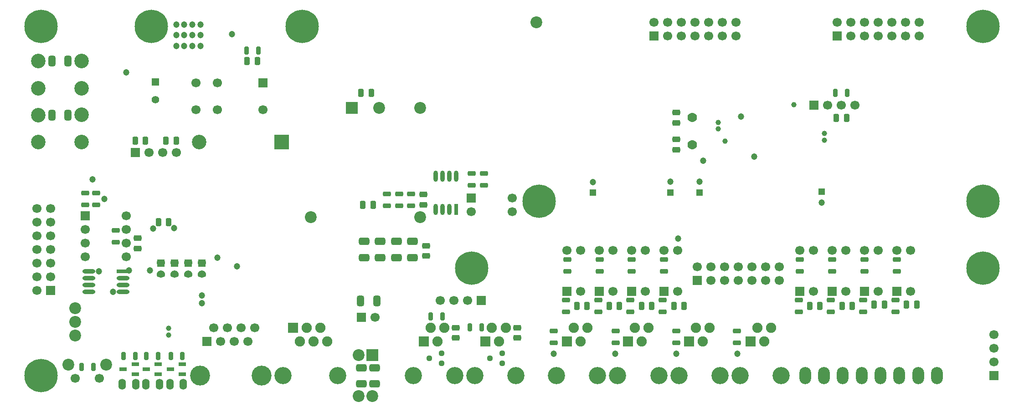
<source format=gbs>
G04 Layer_Color=16711935*
%FSLAX42Y42*%
%MOMM*%
G71*
G01*
G75*
%ADD48C,1.70*%
%ADD49R,1.70X1.70*%
%ADD52C,1.20*%
%ADD56C,1.00*%
%ADD64R,1.20X1.20*%
G04:AMPARAMS|DCode=75|XSize=0.9mm|YSize=1.5mm|CornerRadius=0.28mm|HoleSize=0mm|Usage=FLASHONLY|Rotation=0.000|XOffset=0mm|YOffset=0mm|HoleType=Round|Shape=RoundedRectangle|*
%AMROUNDEDRECTD75*
21,1,0.90,0.95,0,0,0.0*
21,1,0.35,1.50,0,0,0.0*
1,1,0.55,0.17,-0.47*
1,1,0.55,-0.17,-0.47*
1,1,0.55,-0.17,0.47*
1,1,0.55,0.17,0.47*
%
%ADD75ROUNDEDRECTD75*%
G04:AMPARAMS|DCode=76|XSize=1.1mm|YSize=1.5mm|CornerRadius=0.33mm|HoleSize=0mm|Usage=FLASHONLY|Rotation=270.000|XOffset=0mm|YOffset=0mm|HoleType=Round|Shape=RoundedRectangle|*
%AMROUNDEDRECTD76*
21,1,1.10,0.85,0,0,270.0*
21,1,0.45,1.50,0,0,270.0*
1,1,0.65,-0.42,-0.23*
1,1,0.65,-0.42,0.23*
1,1,0.65,0.42,0.23*
1,1,0.65,0.42,-0.23*
%
%ADD76ROUNDEDRECTD76*%
%ADD81R,2.40X0.80*%
%ADD82O,2.40X0.80*%
G04:AMPARAMS|DCode=91|XSize=0.9mm|YSize=1.5mm|CornerRadius=0.28mm|HoleSize=0mm|Usage=FLASHONLY|Rotation=270.000|XOffset=0mm|YOffset=0mm|HoleType=Round|Shape=RoundedRectangle|*
%AMROUNDEDRECTD91*
21,1,0.90,0.95,0,0,270.0*
21,1,0.35,1.50,0,0,270.0*
1,1,0.55,-0.47,-0.17*
1,1,0.55,-0.47,0.17*
1,1,0.55,0.47,0.17*
1,1,0.55,0.47,-0.17*
%
%ADD91ROUNDEDRECTD91*%
G04:AMPARAMS|DCode=95|XSize=1.1mm|YSize=1.5mm|CornerRadius=0.33mm|HoleSize=0mm|Usage=FLASHONLY|Rotation=0.000|XOffset=0mm|YOffset=0mm|HoleType=Round|Shape=RoundedRectangle|*
%AMROUNDEDRECTD95*
21,1,1.10,0.85,0,0,0.0*
21,1,0.45,1.50,0,0,0.0*
1,1,0.65,0.23,-0.42*
1,1,0.65,-0.23,-0.42*
1,1,0.65,-0.23,0.42*
1,1,0.65,0.23,0.42*
%
%ADD95ROUNDEDRECTD95*%
G04:AMPARAMS|DCode=96|XSize=1.35mm|YSize=2mm|CornerRadius=0.39mm|HoleSize=0mm|Usage=FLASHONLY|Rotation=180.000|XOffset=0mm|YOffset=0mm|HoleType=Round|Shape=RoundedRectangle|*
%AMROUNDEDRECTD96*
21,1,1.35,1.23,0,0,180.0*
21,1,0.57,2.00,0,0,180.0*
1,1,0.78,-0.29,0.61*
1,1,0.78,0.29,0.61*
1,1,0.78,0.29,-0.61*
1,1,0.78,-0.29,-0.61*
%
%ADD96ROUNDEDRECTD96*%
%ADD99C,3.70*%
%ADD100C,3.20*%
%ADD101C,1.90*%
%ADD102R,1.90X1.90*%
%ADD103R,1.70X1.70*%
%ADD104O,2.20X3.20*%
%ADD105C,1.40*%
%ADD106R,1.40X1.40*%
%ADD107C,2.70*%
%ADD108C,1.70*%
%ADD109R,1.70X1.70*%
%ADD110R,1.70X1.70*%
%ADD111R,2.20X2.20*%
%ADD112C,2.20*%
%ADD113O,1.40X2.00*%
%ADD114R,2.70X2.70*%
%ADD115R,1.40X1.40*%
%ADD116C,6.20*%
%ADD117C,2.20*%
%ADD118C,1.77*%
G04:AMPARAMS|DCode=119|XSize=0.96mm|YSize=0.96mm|CornerRadius=0.29mm|HoleSize=0mm|Usage=FLASHONLY|Rotation=90.000|XOffset=0mm|YOffset=0mm|HoleType=Round|Shape=RoundedRectangle|*
%AMROUNDEDRECTD119*
21,1,0.96,0.38,0,0,90.0*
21,1,0.38,0.96,0,0,90.0*
1,1,0.58,0.19,0.19*
1,1,0.58,0.19,-0.19*
1,1,0.58,-0.19,-0.19*
1,1,0.58,-0.19,0.19*
%
%ADD119ROUNDEDRECTD119*%
%ADD120R,1.35X0.80*%
%ADD121O,0.80X2.10*%
%ADD122R,0.80X2.10*%
G04:AMPARAMS|DCode=123|XSize=1.35mm|YSize=2mm|CornerRadius=0.39mm|HoleSize=0mm|Usage=FLASHONLY|Rotation=90.000|XOffset=0mm|YOffset=0mm|HoleType=Round|Shape=RoundedRectangle|*
%AMROUNDEDRECTD123*
21,1,1.35,1.23,0,0,90.0*
21,1,0.57,2.00,0,0,90.0*
1,1,0.78,0.61,0.29*
1,1,0.78,0.61,-0.29*
1,1,0.78,-0.61,-0.29*
1,1,0.78,-0.61,0.29*
%
%ADD123ROUNDEDRECTD123*%
D48*
X3211Y894D02*
D03*
X3338Y641D02*
D03*
X3465Y894D02*
D03*
X3592Y641D02*
D03*
X3719Y894D02*
D03*
X3846Y641D02*
D03*
X3973Y894D02*
D03*
X17700Y254D02*
D03*
Y508D02*
D03*
Y762D02*
D03*
X14614Y5030D02*
D03*
X14868D02*
D03*
X15122D02*
D03*
X7921Y1400D02*
D03*
X7667D02*
D03*
X7413D02*
D03*
X6209Y1090D02*
D03*
X13458Y1773D02*
D03*
X12950D02*
D03*
X12442D02*
D03*
X12696D02*
D03*
X13204D02*
D03*
X13712D02*
D03*
Y2027D02*
D03*
X13458D02*
D03*
X13204D02*
D03*
X12950D02*
D03*
X12696D02*
D03*
X12442D02*
D03*
X12188D02*
D03*
X177Y3112D02*
D03*
X-77D02*
D03*
X177Y2858D02*
D03*
X-77D02*
D03*
Y2604D02*
D03*
X177D02*
D03*
X-77Y2350D02*
D03*
X177D02*
D03*
X-77Y2096D02*
D03*
X177D02*
D03*
X-77Y1842D02*
D03*
X177D02*
D03*
X-77Y1588D02*
D03*
X16312Y6323D02*
D03*
Y6577D02*
D03*
X16058Y6323D02*
D03*
Y6577D02*
D03*
X15804D02*
D03*
Y6323D02*
D03*
X15550Y6577D02*
D03*
Y6323D02*
D03*
X15296Y6577D02*
D03*
Y6323D02*
D03*
X15042Y6577D02*
D03*
Y6323D02*
D03*
X14788Y6577D02*
D03*
X12912Y6323D02*
D03*
Y6577D02*
D03*
X12658Y6323D02*
D03*
Y6577D02*
D03*
X12404D02*
D03*
Y6323D02*
D03*
X12150Y6577D02*
D03*
Y6323D02*
D03*
X11896Y6577D02*
D03*
Y6323D02*
D03*
X11642Y6577D02*
D03*
Y6323D02*
D03*
X11388Y6577D02*
D03*
X2004Y4150D02*
D03*
X2258D02*
D03*
X2512D02*
D03*
X635Y-45D02*
D03*
X1085D02*
D03*
X3275Y5450D02*
D03*
X2875D02*
D03*
Y4950D02*
D03*
X3275D02*
D03*
X4125D02*
D03*
D49*
X3084Y641D02*
D03*
X14360Y5030D02*
D03*
X8175Y1400D02*
D03*
X5955Y1090D02*
D03*
X12188Y1773D02*
D03*
X14788Y6323D02*
D03*
X11388D02*
D03*
X1750Y4150D02*
D03*
D52*
X14500Y3225D02*
D03*
X12235Y3608D02*
D03*
X11695D02*
D03*
X10250Y3605D02*
D03*
X13250Y4075D02*
D03*
X12940Y407D02*
D03*
X11803D02*
D03*
X10665D02*
D03*
X9528D02*
D03*
X3275Y2196D02*
D03*
X3642Y2035D02*
D03*
X1180Y3290D02*
D03*
X3550Y6350D02*
D03*
X2960Y6535D02*
D03*
Y6135D02*
D03*
X2510D02*
D03*
Y6335D02*
D03*
Y6535D02*
D03*
X2810Y6135D02*
D03*
X2660D02*
D03*
X1580Y5642D02*
D03*
X1073Y1942D02*
D03*
X1335Y1560D02*
D03*
X2082Y2740D02*
D03*
X2467Y2745D02*
D03*
X1635Y1960D02*
D03*
X2023Y1958D02*
D03*
X2988Y1495D02*
D03*
Y1352D02*
D03*
X957Y3653D02*
D03*
X11832Y2555D02*
D03*
X13005Y4822D02*
D03*
X12300Y4000D02*
D03*
X2810Y6335D02*
D03*
X2960D02*
D03*
X2810Y6535D02*
D03*
X2660D02*
D03*
Y6335D02*
D03*
D56*
X12710Y4360D02*
D03*
X2367Y760D02*
D03*
Y885D02*
D03*
X12580Y4710D02*
D03*
Y4590D02*
D03*
X13990Y5040D02*
D03*
X14550Y4510D02*
D03*
Y4380D02*
D03*
D64*
X14500Y3425D02*
D03*
X12235Y3408D02*
D03*
X11695D02*
D03*
X10250Y3405D02*
D03*
D75*
X7457Y1102D02*
D03*
X7238D02*
D03*
X7965Y900D02*
D03*
X8185D02*
D03*
X973Y165D02*
D03*
X753D02*
D03*
X2408Y370D02*
D03*
X2627D02*
D03*
X1958D02*
D03*
X2177D02*
D03*
X1535D02*
D03*
X1755D02*
D03*
X4035Y6050D02*
D03*
X3815D02*
D03*
X14980Y5260D02*
D03*
X14760D02*
D03*
D76*
X8850Y705D02*
D03*
Y895D02*
D03*
X7700Y705D02*
D03*
Y895D02*
D03*
X1790Y2370D02*
D03*
Y2560D02*
D03*
X7150Y2230D02*
D03*
Y2420D02*
D03*
X7100Y3370D02*
D03*
Y3180D02*
D03*
X11800Y4895D02*
D03*
Y4705D02*
D03*
Y4205D02*
D03*
Y4395D02*
D03*
D81*
X1520Y1941D02*
D03*
D82*
X890Y1560D02*
D03*
Y1686D02*
D03*
Y1814D02*
D03*
Y1941D02*
D03*
X1520Y1560D02*
D03*
Y1686D02*
D03*
Y1814D02*
D03*
D91*
X15900Y2160D02*
D03*
Y1940D02*
D03*
X15875Y1190D02*
D03*
Y1410D02*
D03*
X15300Y2160D02*
D03*
Y1940D02*
D03*
X15275Y1190D02*
D03*
Y1410D02*
D03*
X14700Y2160D02*
D03*
Y1940D02*
D03*
X14675Y1190D02*
D03*
Y1410D02*
D03*
X14100Y2160D02*
D03*
Y1940D02*
D03*
X14075Y1190D02*
D03*
Y1410D02*
D03*
X11550Y1190D02*
D03*
Y1410D02*
D03*
X11575Y2160D02*
D03*
Y1940D02*
D03*
X12925Y835D02*
D03*
Y615D02*
D03*
X11800Y835D02*
D03*
Y615D02*
D03*
X10975Y2160D02*
D03*
Y1940D02*
D03*
X10950Y1190D02*
D03*
Y1410D02*
D03*
X9525Y835D02*
D03*
Y615D02*
D03*
X10375Y2160D02*
D03*
Y1940D02*
D03*
X10350Y1190D02*
D03*
Y1410D02*
D03*
X10675Y835D02*
D03*
Y615D02*
D03*
X2985Y2105D02*
D03*
Y1885D02*
D03*
X2731Y2105D02*
D03*
Y1885D02*
D03*
X2477Y2105D02*
D03*
Y1885D02*
D03*
X2223Y2105D02*
D03*
Y1885D02*
D03*
X9750Y1190D02*
D03*
Y1410D02*
D03*
X9775Y2160D02*
D03*
Y1940D02*
D03*
X1020Y3397D02*
D03*
Y3177D02*
D03*
X1388Y2702D02*
D03*
Y2483D02*
D03*
X823Y3397D02*
D03*
X823Y3177D02*
D03*
X6875Y3385D02*
D03*
Y3165D02*
D03*
X6650Y3385D02*
D03*
Y3165D02*
D03*
X6425Y3385D02*
D03*
Y3165D02*
D03*
X8000Y3760D02*
D03*
Y3540D02*
D03*
X8225D02*
D03*
Y3760D02*
D03*
D95*
X16270Y1325D02*
D03*
X16080D02*
D03*
X15670D02*
D03*
X15480D02*
D03*
X15070Y1300D02*
D03*
X14880D02*
D03*
X14470D02*
D03*
X14280D02*
D03*
X11945D02*
D03*
X11755D02*
D03*
X11345D02*
D03*
X11155D02*
D03*
X10745D02*
D03*
X10555D02*
D03*
X10145D02*
D03*
X9955D02*
D03*
X2370Y2858D02*
D03*
X2180D02*
D03*
X5980Y3175D02*
D03*
X6170D02*
D03*
X5945Y5262D02*
D03*
X6135Y5262D02*
D03*
X1750Y4375D02*
D03*
X1940D02*
D03*
X2323D02*
D03*
X2512D02*
D03*
X3830Y5850D02*
D03*
X4020D02*
D03*
X14775Y4800D02*
D03*
X14965D02*
D03*
D96*
X200Y4850D02*
D03*
X500D02*
D03*
X6235Y1393D02*
D03*
X5935D02*
D03*
X200Y5850D02*
D03*
X500D02*
D03*
D99*
X4101Y5D02*
D03*
X2958D02*
D03*
D100*
X4492D02*
D03*
X5508D02*
D03*
X6919D02*
D03*
X7686D02*
D03*
X8823D02*
D03*
X8057D02*
D03*
X9575D02*
D03*
X10340D02*
D03*
X11478D02*
D03*
X10712D02*
D03*
X11850D02*
D03*
X12615D02*
D03*
X13753D02*
D03*
X12987D02*
D03*
D101*
X5317Y641D02*
D03*
X5190Y894D02*
D03*
X4810Y641D02*
D03*
X5063D02*
D03*
X4937Y894D02*
D03*
X7493D02*
D03*
X7366Y641D02*
D03*
X7239Y894D02*
D03*
X8376D02*
D03*
X8504Y641D02*
D03*
X8631Y894D02*
D03*
X10148D02*
D03*
X10021Y641D02*
D03*
X9894Y894D02*
D03*
X11032D02*
D03*
X11158Y641D02*
D03*
X11286Y894D02*
D03*
X12423D02*
D03*
X12296Y641D02*
D03*
X12169Y894D02*
D03*
X13307D02*
D03*
X13434Y641D02*
D03*
X13560Y894D02*
D03*
D102*
X4683D02*
D03*
X7112Y641D02*
D03*
X8250D02*
D03*
X9767D02*
D03*
X10904D02*
D03*
X12042D02*
D03*
X13179D02*
D03*
D103*
X17700Y0D02*
D03*
X177Y1588D02*
D03*
X4125Y5450D02*
D03*
D104*
X14195Y0D02*
D03*
X14545D02*
D03*
X14895D02*
D03*
X15245D02*
D03*
X15595D02*
D03*
X15945D02*
D03*
X16295D02*
D03*
X16645D02*
D03*
D105*
X2731Y1895D02*
D03*
X2984D02*
D03*
X2223D02*
D03*
X2476D02*
D03*
X2125Y5138D02*
D03*
D106*
X2731Y2095D02*
D03*
X2984D02*
D03*
X2223D02*
D03*
X2476D02*
D03*
D107*
X-50Y5850D02*
D03*
Y5350D02*
D03*
Y4850D02*
D03*
Y4350D02*
D03*
X750Y4346D02*
D03*
Y4854D02*
D03*
Y5346D02*
D03*
Y5854D02*
D03*
X2938Y4345D02*
D03*
D108*
X16152Y2331D02*
D03*
X15898D02*
D03*
X16152Y1569D02*
D03*
X15552Y2331D02*
D03*
X15298D02*
D03*
X15552Y1569D02*
D03*
X14952Y2331D02*
D03*
X14698D02*
D03*
X14952Y1569D02*
D03*
X14352Y2331D02*
D03*
X14098D02*
D03*
X14352Y1569D02*
D03*
X11827Y2331D02*
D03*
X11573D02*
D03*
X11827Y1569D02*
D03*
X11227Y2331D02*
D03*
X10973D02*
D03*
X11227Y1569D02*
D03*
X10627Y2331D02*
D03*
X10373D02*
D03*
X10627Y1569D02*
D03*
X10027Y2331D02*
D03*
X9773D02*
D03*
X10027Y1569D02*
D03*
X1586Y2214D02*
D03*
X1586Y2468D02*
D03*
Y2722D02*
D03*
X1586Y2976D02*
D03*
X824Y2214D02*
D03*
X824Y2468D02*
D03*
X824Y2722D02*
D03*
X8756Y3048D02*
D03*
Y3302D02*
D03*
X7994Y3048D02*
D03*
D109*
X15898Y1569D02*
D03*
X15298D02*
D03*
X14698D02*
D03*
X14098D02*
D03*
X11573Y1569D02*
D03*
X10973D02*
D03*
X10373D02*
D03*
X9773D02*
D03*
D110*
X824Y2976D02*
D03*
X7994Y3302D02*
D03*
D111*
X5776Y4983D02*
D03*
X6152Y381D02*
D03*
D112*
X6284Y4983D02*
D03*
X7046Y4983D02*
D03*
Y2951D02*
D03*
X5014Y2951D02*
D03*
X5898Y-381D02*
D03*
X6152D02*
D03*
X5898Y381D02*
D03*
X1210Y205D02*
D03*
X510D02*
D03*
X9200Y6572D02*
D03*
D113*
X2644Y-160D02*
D03*
X2391D02*
D03*
X1945D02*
D03*
X2200D02*
D03*
X1762D02*
D03*
X1508D02*
D03*
D114*
X4470Y4350D02*
D03*
D115*
X2125Y5462D02*
D03*
D116*
X9250Y3250D02*
D03*
X4850Y6500D02*
D03*
X2050D02*
D03*
X17500D02*
D03*
Y3250D02*
D03*
X0Y0D02*
D03*
Y6500D02*
D03*
X8000Y2000D02*
D03*
X17500D02*
D03*
D117*
X630Y1260D02*
D03*
Y1007D02*
D03*
Y753D02*
D03*
D118*
X12100Y4804D02*
D03*
Y4296D02*
D03*
D119*
X8336Y325D02*
D03*
X8564Y230D02*
D03*
Y420D02*
D03*
X7211Y325D02*
D03*
X7439Y230D02*
D03*
Y420D02*
D03*
D120*
X2402Y120D02*
D03*
X2627Y25D02*
D03*
Y215D02*
D03*
X1952Y120D02*
D03*
X2177Y25D02*
D03*
Y215D02*
D03*
X1527Y120D02*
D03*
X1752Y25D02*
D03*
Y215D02*
D03*
D121*
X7335Y3710D02*
D03*
X7461D02*
D03*
X7589D02*
D03*
X7715D02*
D03*
X7335Y3090D02*
D03*
X7461D02*
D03*
X7589D02*
D03*
D122*
X7715D02*
D03*
D123*
X5950Y150D02*
D03*
Y-150D02*
D03*
X6200Y150D02*
D03*
Y-150D02*
D03*
X6900Y2200D02*
D03*
Y2500D02*
D03*
X6600Y2200D02*
D03*
Y2500D02*
D03*
X6300Y2200D02*
D03*
Y2500D02*
D03*
X6000Y2200D02*
D03*
Y2500D02*
D03*
M02*

</source>
